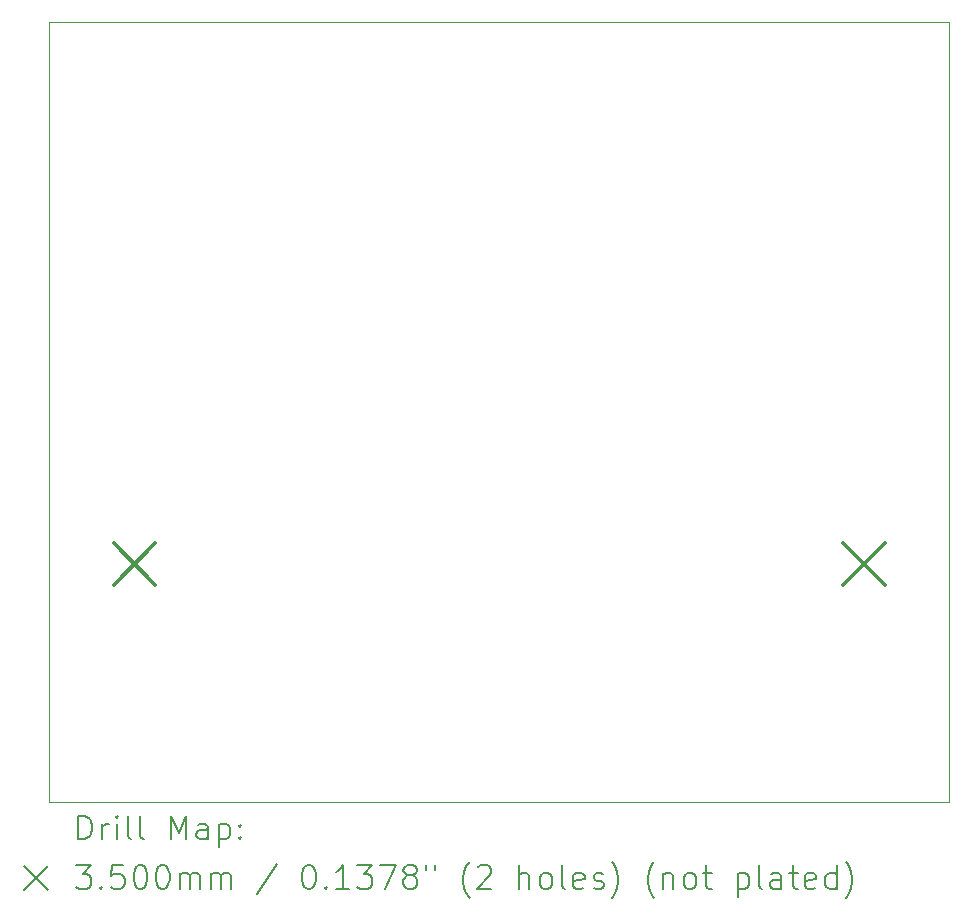
<source format=gbr>
%FSLAX45Y45*%
G04 Gerber Fmt 4.5, Leading zero omitted, Abs format (unit mm)*
G04 Created by KiCad (PCBNEW (6.0.2)) date 2023-01-26 14:22:20*
%MOMM*%
%LPD*%
G01*
G04 APERTURE LIST*
%TA.AperFunction,Profile*%
%ADD10C,0.100000*%
%TD*%
%ADD11C,0.200000*%
%ADD12C,0.350000*%
G04 APERTURE END LIST*
D10*
X12192000Y-4826000D02*
X19812000Y-4826000D01*
X19812000Y-4826000D02*
X19812000Y-11430000D01*
X19812000Y-11430000D02*
X12192000Y-11430000D01*
X12192000Y-11430000D02*
X12192000Y-4826000D01*
D11*
D12*
X12744800Y-9241200D02*
X13094800Y-9591200D01*
X13094800Y-9241200D02*
X12744800Y-9591200D01*
X18919800Y-9241200D02*
X19269800Y-9591200D01*
X19269800Y-9241200D02*
X18919800Y-9591200D01*
D11*
X12444619Y-11745476D02*
X12444619Y-11545476D01*
X12492238Y-11545476D01*
X12520809Y-11555000D01*
X12539857Y-11574048D01*
X12549381Y-11593095D01*
X12558905Y-11631190D01*
X12558905Y-11659762D01*
X12549381Y-11697857D01*
X12539857Y-11716905D01*
X12520809Y-11735952D01*
X12492238Y-11745476D01*
X12444619Y-11745476D01*
X12644619Y-11745476D02*
X12644619Y-11612143D01*
X12644619Y-11650238D02*
X12654143Y-11631190D01*
X12663667Y-11621667D01*
X12682714Y-11612143D01*
X12701762Y-11612143D01*
X12768428Y-11745476D02*
X12768428Y-11612143D01*
X12768428Y-11545476D02*
X12758905Y-11555000D01*
X12768428Y-11564524D01*
X12777952Y-11555000D01*
X12768428Y-11545476D01*
X12768428Y-11564524D01*
X12892238Y-11745476D02*
X12873190Y-11735952D01*
X12863667Y-11716905D01*
X12863667Y-11545476D01*
X12997000Y-11745476D02*
X12977952Y-11735952D01*
X12968428Y-11716905D01*
X12968428Y-11545476D01*
X13225571Y-11745476D02*
X13225571Y-11545476D01*
X13292238Y-11688333D01*
X13358905Y-11545476D01*
X13358905Y-11745476D01*
X13539857Y-11745476D02*
X13539857Y-11640714D01*
X13530333Y-11621667D01*
X13511286Y-11612143D01*
X13473190Y-11612143D01*
X13454143Y-11621667D01*
X13539857Y-11735952D02*
X13520809Y-11745476D01*
X13473190Y-11745476D01*
X13454143Y-11735952D01*
X13444619Y-11716905D01*
X13444619Y-11697857D01*
X13454143Y-11678809D01*
X13473190Y-11669286D01*
X13520809Y-11669286D01*
X13539857Y-11659762D01*
X13635095Y-11612143D02*
X13635095Y-11812143D01*
X13635095Y-11621667D02*
X13654143Y-11612143D01*
X13692238Y-11612143D01*
X13711286Y-11621667D01*
X13720809Y-11631190D01*
X13730333Y-11650238D01*
X13730333Y-11707381D01*
X13720809Y-11726428D01*
X13711286Y-11735952D01*
X13692238Y-11745476D01*
X13654143Y-11745476D01*
X13635095Y-11735952D01*
X13816048Y-11726428D02*
X13825571Y-11735952D01*
X13816048Y-11745476D01*
X13806524Y-11735952D01*
X13816048Y-11726428D01*
X13816048Y-11745476D01*
X13816048Y-11621667D02*
X13825571Y-11631190D01*
X13816048Y-11640714D01*
X13806524Y-11631190D01*
X13816048Y-11621667D01*
X13816048Y-11640714D01*
X11987000Y-11975000D02*
X12187000Y-12175000D01*
X12187000Y-11975000D02*
X11987000Y-12175000D01*
X12425571Y-11965476D02*
X12549381Y-11965476D01*
X12482714Y-12041667D01*
X12511286Y-12041667D01*
X12530333Y-12051190D01*
X12539857Y-12060714D01*
X12549381Y-12079762D01*
X12549381Y-12127381D01*
X12539857Y-12146428D01*
X12530333Y-12155952D01*
X12511286Y-12165476D01*
X12454143Y-12165476D01*
X12435095Y-12155952D01*
X12425571Y-12146428D01*
X12635095Y-12146428D02*
X12644619Y-12155952D01*
X12635095Y-12165476D01*
X12625571Y-12155952D01*
X12635095Y-12146428D01*
X12635095Y-12165476D01*
X12825571Y-11965476D02*
X12730333Y-11965476D01*
X12720809Y-12060714D01*
X12730333Y-12051190D01*
X12749381Y-12041667D01*
X12797000Y-12041667D01*
X12816048Y-12051190D01*
X12825571Y-12060714D01*
X12835095Y-12079762D01*
X12835095Y-12127381D01*
X12825571Y-12146428D01*
X12816048Y-12155952D01*
X12797000Y-12165476D01*
X12749381Y-12165476D01*
X12730333Y-12155952D01*
X12720809Y-12146428D01*
X12958905Y-11965476D02*
X12977952Y-11965476D01*
X12997000Y-11975000D01*
X13006524Y-11984524D01*
X13016048Y-12003571D01*
X13025571Y-12041667D01*
X13025571Y-12089286D01*
X13016048Y-12127381D01*
X13006524Y-12146428D01*
X12997000Y-12155952D01*
X12977952Y-12165476D01*
X12958905Y-12165476D01*
X12939857Y-12155952D01*
X12930333Y-12146428D01*
X12920809Y-12127381D01*
X12911286Y-12089286D01*
X12911286Y-12041667D01*
X12920809Y-12003571D01*
X12930333Y-11984524D01*
X12939857Y-11975000D01*
X12958905Y-11965476D01*
X13149381Y-11965476D02*
X13168428Y-11965476D01*
X13187476Y-11975000D01*
X13197000Y-11984524D01*
X13206524Y-12003571D01*
X13216048Y-12041667D01*
X13216048Y-12089286D01*
X13206524Y-12127381D01*
X13197000Y-12146428D01*
X13187476Y-12155952D01*
X13168428Y-12165476D01*
X13149381Y-12165476D01*
X13130333Y-12155952D01*
X13120809Y-12146428D01*
X13111286Y-12127381D01*
X13101762Y-12089286D01*
X13101762Y-12041667D01*
X13111286Y-12003571D01*
X13120809Y-11984524D01*
X13130333Y-11975000D01*
X13149381Y-11965476D01*
X13301762Y-12165476D02*
X13301762Y-12032143D01*
X13301762Y-12051190D02*
X13311286Y-12041667D01*
X13330333Y-12032143D01*
X13358905Y-12032143D01*
X13377952Y-12041667D01*
X13387476Y-12060714D01*
X13387476Y-12165476D01*
X13387476Y-12060714D02*
X13397000Y-12041667D01*
X13416048Y-12032143D01*
X13444619Y-12032143D01*
X13463667Y-12041667D01*
X13473190Y-12060714D01*
X13473190Y-12165476D01*
X13568428Y-12165476D02*
X13568428Y-12032143D01*
X13568428Y-12051190D02*
X13577952Y-12041667D01*
X13597000Y-12032143D01*
X13625571Y-12032143D01*
X13644619Y-12041667D01*
X13654143Y-12060714D01*
X13654143Y-12165476D01*
X13654143Y-12060714D02*
X13663667Y-12041667D01*
X13682714Y-12032143D01*
X13711286Y-12032143D01*
X13730333Y-12041667D01*
X13739857Y-12060714D01*
X13739857Y-12165476D01*
X14130333Y-11955952D02*
X13958905Y-12213095D01*
X14387476Y-11965476D02*
X14406524Y-11965476D01*
X14425571Y-11975000D01*
X14435095Y-11984524D01*
X14444619Y-12003571D01*
X14454143Y-12041667D01*
X14454143Y-12089286D01*
X14444619Y-12127381D01*
X14435095Y-12146428D01*
X14425571Y-12155952D01*
X14406524Y-12165476D01*
X14387476Y-12165476D01*
X14368428Y-12155952D01*
X14358905Y-12146428D01*
X14349381Y-12127381D01*
X14339857Y-12089286D01*
X14339857Y-12041667D01*
X14349381Y-12003571D01*
X14358905Y-11984524D01*
X14368428Y-11975000D01*
X14387476Y-11965476D01*
X14539857Y-12146428D02*
X14549381Y-12155952D01*
X14539857Y-12165476D01*
X14530333Y-12155952D01*
X14539857Y-12146428D01*
X14539857Y-12165476D01*
X14739857Y-12165476D02*
X14625571Y-12165476D01*
X14682714Y-12165476D02*
X14682714Y-11965476D01*
X14663667Y-11994048D01*
X14644619Y-12013095D01*
X14625571Y-12022619D01*
X14806524Y-11965476D02*
X14930333Y-11965476D01*
X14863667Y-12041667D01*
X14892238Y-12041667D01*
X14911286Y-12051190D01*
X14920809Y-12060714D01*
X14930333Y-12079762D01*
X14930333Y-12127381D01*
X14920809Y-12146428D01*
X14911286Y-12155952D01*
X14892238Y-12165476D01*
X14835095Y-12165476D01*
X14816048Y-12155952D01*
X14806524Y-12146428D01*
X14997000Y-11965476D02*
X15130333Y-11965476D01*
X15044619Y-12165476D01*
X15235095Y-12051190D02*
X15216048Y-12041667D01*
X15206524Y-12032143D01*
X15197000Y-12013095D01*
X15197000Y-12003571D01*
X15206524Y-11984524D01*
X15216048Y-11975000D01*
X15235095Y-11965476D01*
X15273190Y-11965476D01*
X15292238Y-11975000D01*
X15301762Y-11984524D01*
X15311286Y-12003571D01*
X15311286Y-12013095D01*
X15301762Y-12032143D01*
X15292238Y-12041667D01*
X15273190Y-12051190D01*
X15235095Y-12051190D01*
X15216048Y-12060714D01*
X15206524Y-12070238D01*
X15197000Y-12089286D01*
X15197000Y-12127381D01*
X15206524Y-12146428D01*
X15216048Y-12155952D01*
X15235095Y-12165476D01*
X15273190Y-12165476D01*
X15292238Y-12155952D01*
X15301762Y-12146428D01*
X15311286Y-12127381D01*
X15311286Y-12089286D01*
X15301762Y-12070238D01*
X15292238Y-12060714D01*
X15273190Y-12051190D01*
X15387476Y-11965476D02*
X15387476Y-12003571D01*
X15463667Y-11965476D02*
X15463667Y-12003571D01*
X15758905Y-12241667D02*
X15749381Y-12232143D01*
X15730333Y-12203571D01*
X15720809Y-12184524D01*
X15711286Y-12155952D01*
X15701762Y-12108333D01*
X15701762Y-12070238D01*
X15711286Y-12022619D01*
X15720809Y-11994048D01*
X15730333Y-11975000D01*
X15749381Y-11946428D01*
X15758905Y-11936905D01*
X15825571Y-11984524D02*
X15835095Y-11975000D01*
X15854143Y-11965476D01*
X15901762Y-11965476D01*
X15920809Y-11975000D01*
X15930333Y-11984524D01*
X15939857Y-12003571D01*
X15939857Y-12022619D01*
X15930333Y-12051190D01*
X15816048Y-12165476D01*
X15939857Y-12165476D01*
X16177952Y-12165476D02*
X16177952Y-11965476D01*
X16263667Y-12165476D02*
X16263667Y-12060714D01*
X16254143Y-12041667D01*
X16235095Y-12032143D01*
X16206524Y-12032143D01*
X16187476Y-12041667D01*
X16177952Y-12051190D01*
X16387476Y-12165476D02*
X16368428Y-12155952D01*
X16358905Y-12146428D01*
X16349381Y-12127381D01*
X16349381Y-12070238D01*
X16358905Y-12051190D01*
X16368428Y-12041667D01*
X16387476Y-12032143D01*
X16416048Y-12032143D01*
X16435095Y-12041667D01*
X16444619Y-12051190D01*
X16454143Y-12070238D01*
X16454143Y-12127381D01*
X16444619Y-12146428D01*
X16435095Y-12155952D01*
X16416048Y-12165476D01*
X16387476Y-12165476D01*
X16568428Y-12165476D02*
X16549381Y-12155952D01*
X16539857Y-12136905D01*
X16539857Y-11965476D01*
X16720809Y-12155952D02*
X16701762Y-12165476D01*
X16663667Y-12165476D01*
X16644619Y-12155952D01*
X16635095Y-12136905D01*
X16635095Y-12060714D01*
X16644619Y-12041667D01*
X16663667Y-12032143D01*
X16701762Y-12032143D01*
X16720809Y-12041667D01*
X16730333Y-12060714D01*
X16730333Y-12079762D01*
X16635095Y-12098809D01*
X16806524Y-12155952D02*
X16825571Y-12165476D01*
X16863667Y-12165476D01*
X16882714Y-12155952D01*
X16892238Y-12136905D01*
X16892238Y-12127381D01*
X16882714Y-12108333D01*
X16863667Y-12098809D01*
X16835095Y-12098809D01*
X16816048Y-12089286D01*
X16806524Y-12070238D01*
X16806524Y-12060714D01*
X16816048Y-12041667D01*
X16835095Y-12032143D01*
X16863667Y-12032143D01*
X16882714Y-12041667D01*
X16958905Y-12241667D02*
X16968429Y-12232143D01*
X16987476Y-12203571D01*
X16997000Y-12184524D01*
X17006524Y-12155952D01*
X17016048Y-12108333D01*
X17016048Y-12070238D01*
X17006524Y-12022619D01*
X16997000Y-11994048D01*
X16987476Y-11975000D01*
X16968429Y-11946428D01*
X16958905Y-11936905D01*
X17320810Y-12241667D02*
X17311286Y-12232143D01*
X17292238Y-12203571D01*
X17282714Y-12184524D01*
X17273190Y-12155952D01*
X17263667Y-12108333D01*
X17263667Y-12070238D01*
X17273190Y-12022619D01*
X17282714Y-11994048D01*
X17292238Y-11975000D01*
X17311286Y-11946428D01*
X17320810Y-11936905D01*
X17397000Y-12032143D02*
X17397000Y-12165476D01*
X17397000Y-12051190D02*
X17406524Y-12041667D01*
X17425571Y-12032143D01*
X17454143Y-12032143D01*
X17473190Y-12041667D01*
X17482714Y-12060714D01*
X17482714Y-12165476D01*
X17606524Y-12165476D02*
X17587476Y-12155952D01*
X17577952Y-12146428D01*
X17568429Y-12127381D01*
X17568429Y-12070238D01*
X17577952Y-12051190D01*
X17587476Y-12041667D01*
X17606524Y-12032143D01*
X17635095Y-12032143D01*
X17654143Y-12041667D01*
X17663667Y-12051190D01*
X17673190Y-12070238D01*
X17673190Y-12127381D01*
X17663667Y-12146428D01*
X17654143Y-12155952D01*
X17635095Y-12165476D01*
X17606524Y-12165476D01*
X17730333Y-12032143D02*
X17806524Y-12032143D01*
X17758905Y-11965476D02*
X17758905Y-12136905D01*
X17768429Y-12155952D01*
X17787476Y-12165476D01*
X17806524Y-12165476D01*
X18025571Y-12032143D02*
X18025571Y-12232143D01*
X18025571Y-12041667D02*
X18044619Y-12032143D01*
X18082714Y-12032143D01*
X18101762Y-12041667D01*
X18111286Y-12051190D01*
X18120810Y-12070238D01*
X18120810Y-12127381D01*
X18111286Y-12146428D01*
X18101762Y-12155952D01*
X18082714Y-12165476D01*
X18044619Y-12165476D01*
X18025571Y-12155952D01*
X18235095Y-12165476D02*
X18216048Y-12155952D01*
X18206524Y-12136905D01*
X18206524Y-11965476D01*
X18397000Y-12165476D02*
X18397000Y-12060714D01*
X18387476Y-12041667D01*
X18368429Y-12032143D01*
X18330333Y-12032143D01*
X18311286Y-12041667D01*
X18397000Y-12155952D02*
X18377952Y-12165476D01*
X18330333Y-12165476D01*
X18311286Y-12155952D01*
X18301762Y-12136905D01*
X18301762Y-12117857D01*
X18311286Y-12098809D01*
X18330333Y-12089286D01*
X18377952Y-12089286D01*
X18397000Y-12079762D01*
X18463667Y-12032143D02*
X18539857Y-12032143D01*
X18492238Y-11965476D02*
X18492238Y-12136905D01*
X18501762Y-12155952D01*
X18520810Y-12165476D01*
X18539857Y-12165476D01*
X18682714Y-12155952D02*
X18663667Y-12165476D01*
X18625571Y-12165476D01*
X18606524Y-12155952D01*
X18597000Y-12136905D01*
X18597000Y-12060714D01*
X18606524Y-12041667D01*
X18625571Y-12032143D01*
X18663667Y-12032143D01*
X18682714Y-12041667D01*
X18692238Y-12060714D01*
X18692238Y-12079762D01*
X18597000Y-12098809D01*
X18863667Y-12165476D02*
X18863667Y-11965476D01*
X18863667Y-12155952D02*
X18844619Y-12165476D01*
X18806524Y-12165476D01*
X18787476Y-12155952D01*
X18777952Y-12146428D01*
X18768429Y-12127381D01*
X18768429Y-12070238D01*
X18777952Y-12051190D01*
X18787476Y-12041667D01*
X18806524Y-12032143D01*
X18844619Y-12032143D01*
X18863667Y-12041667D01*
X18939857Y-12241667D02*
X18949381Y-12232143D01*
X18968429Y-12203571D01*
X18977952Y-12184524D01*
X18987476Y-12155952D01*
X18997000Y-12108333D01*
X18997000Y-12070238D01*
X18987476Y-12022619D01*
X18977952Y-11994048D01*
X18968429Y-11975000D01*
X18949381Y-11946428D01*
X18939857Y-11936905D01*
M02*

</source>
